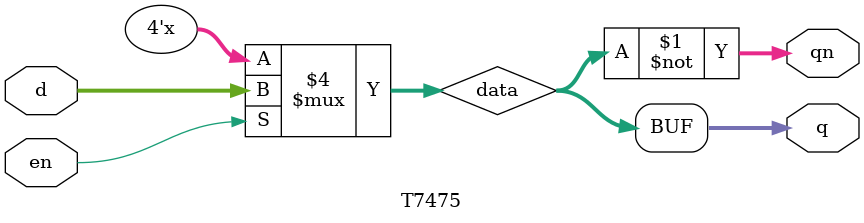
<source format=v>

module T7475(
  input [3:0] d,
  input en,
  output [3:0] q,
  output [3:0] qn
);

assign q = data;
assign qn = ~data;

reg [3:0] data;

always @* if (en) data = d;

endmodule

</source>
